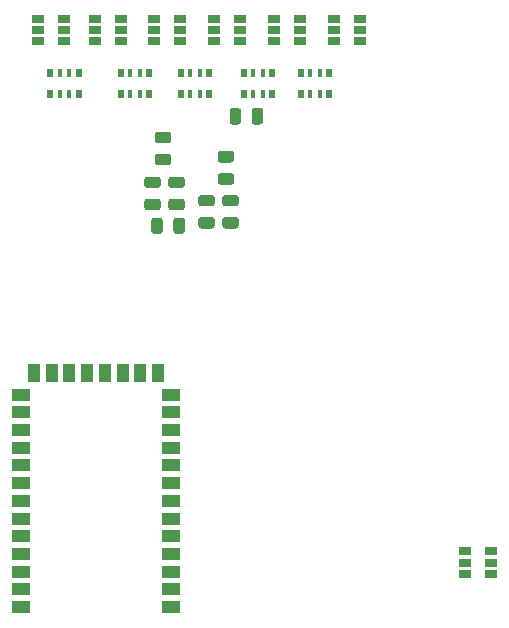
<source format=gbr>
%TF.GenerationSoftware,KiCad,Pcbnew,5.1.7-a382d34a8~88~ubuntu20.04.1*%
%TF.CreationDate,2021-01-11T19:53:58+01:00*%
%TF.ProjectId,BioElectricalSensor,42696f45-6c65-4637-9472-6963616c5365,rev?*%
%TF.SameCoordinates,Original*%
%TF.FileFunction,Paste,Bot*%
%TF.FilePolarity,Positive*%
%FSLAX46Y46*%
G04 Gerber Fmt 4.6, Leading zero omitted, Abs format (unit mm)*
G04 Created by KiCad (PCBNEW 5.1.7-a382d34a8~88~ubuntu20.04.1) date 2021-01-11 19:53:58*
%MOMM*%
%LPD*%
G01*
G04 APERTURE LIST*
%ADD10R,1.500000X1.000000*%
%ADD11R,1.000000X1.500000*%
%ADD12R,0.500000X0.800000*%
%ADD13R,0.400000X0.800000*%
%ADD14R,1.060000X0.650000*%
G04 APERTURE END LIST*
D10*
%TO.C,U17*%
X62727660Y-82013080D03*
X62727660Y-80513080D03*
X62727660Y-79013080D03*
X62727660Y-77513080D03*
X62727660Y-76013080D03*
X62727660Y-74513080D03*
X62727660Y-73013080D03*
X62727660Y-71513080D03*
X62727660Y-70013080D03*
X62727660Y-68513080D03*
X62727660Y-67013080D03*
X62727660Y-65513080D03*
X62727660Y-64013080D03*
X75427660Y-64013080D03*
X75427660Y-65513080D03*
X75427660Y-67013080D03*
X75427660Y-68513080D03*
X75427660Y-70013080D03*
X75427660Y-71513080D03*
X75427660Y-73013080D03*
X75427660Y-74513080D03*
X75427660Y-76013080D03*
X75427660Y-77513080D03*
X75427660Y-79013080D03*
X75427660Y-80513080D03*
X75427660Y-82013080D03*
D11*
X63827660Y-62213080D03*
X65327660Y-62213080D03*
X66827660Y-62213080D03*
X68327660Y-62213080D03*
X69827660Y-62213080D03*
X71327660Y-62213080D03*
X72827660Y-62213080D03*
X74327660Y-62213080D03*
%TD*%
%TO.C,C33*%
G36*
G01*
X75629160Y-50181830D02*
X75629160Y-49269330D01*
G75*
G02*
X75872910Y-49025580I243750J0D01*
G01*
X76360410Y-49025580D01*
G75*
G02*
X76604160Y-49269330I0J-243750D01*
G01*
X76604160Y-50181830D01*
G75*
G02*
X76360410Y-50425580I-243750J0D01*
G01*
X75872910Y-50425580D01*
G75*
G02*
X75629160Y-50181830I0J243750D01*
G01*
G37*
G36*
G01*
X73754160Y-50181830D02*
X73754160Y-49269330D01*
G75*
G02*
X73997910Y-49025580I243750J0D01*
G01*
X74485410Y-49025580D01*
G75*
G02*
X74729160Y-49269330I0J-243750D01*
G01*
X74729160Y-50181830D01*
G75*
G02*
X74485410Y-50425580I-243750J0D01*
G01*
X73997910Y-50425580D01*
G75*
G02*
X73754160Y-50181830I0J243750D01*
G01*
G37*
%TD*%
D12*
%TO.C,CN3*%
X78673660Y-38571580D03*
D13*
X77873660Y-38571580D03*
D12*
X76273660Y-38571580D03*
D13*
X77073660Y-38571580D03*
D12*
X78673660Y-36771580D03*
D13*
X77073660Y-36771580D03*
X77873660Y-36771580D03*
D12*
X76273660Y-36771580D03*
%TD*%
%TO.C,CN2*%
X84007660Y-38571580D03*
D13*
X83207660Y-38571580D03*
D12*
X81607660Y-38571580D03*
D13*
X82407660Y-38571580D03*
D12*
X84007660Y-36771580D03*
D13*
X82407660Y-36771580D03*
X83207660Y-36771580D03*
D12*
X81607660Y-36771580D03*
%TD*%
D14*
%TO.C,U12*%
X76187660Y-33149580D03*
X76187660Y-34099580D03*
X76187660Y-32199580D03*
X73987660Y-32199580D03*
X73987660Y-33149580D03*
X73987660Y-34099580D03*
%TD*%
%TO.C,U7*%
X86347660Y-33149580D03*
X86347660Y-34099580D03*
X86347660Y-32199580D03*
X84147660Y-32199580D03*
X84147660Y-33149580D03*
X84147660Y-34099580D03*
%TD*%
%TO.C,U14*%
X91427660Y-33149580D03*
X91427660Y-34099580D03*
X91427660Y-32199580D03*
X89227660Y-32199580D03*
X89227660Y-33149580D03*
X89227660Y-34099580D03*
%TD*%
%TO.C,U16*%
X66367660Y-33149580D03*
X66367660Y-34099580D03*
X66367660Y-32199580D03*
X64167660Y-32199580D03*
X64167660Y-33149580D03*
X64167660Y-34099580D03*
%TD*%
%TO.C,U13*%
X71234660Y-33149580D03*
X71234660Y-34099580D03*
X71234660Y-32199580D03*
X69034660Y-32199580D03*
X69034660Y-33149580D03*
X69034660Y-34099580D03*
%TD*%
%TO.C,U9*%
X81267660Y-33149580D03*
X81267660Y-34099580D03*
X81267660Y-32199580D03*
X79067660Y-32199580D03*
X79067660Y-33149580D03*
X79067660Y-34099580D03*
%TD*%
%TO.C,C47*%
G36*
G01*
X82263160Y-40910830D02*
X82263160Y-39998330D01*
G75*
G02*
X82506910Y-39754580I243750J0D01*
G01*
X82994410Y-39754580D01*
G75*
G02*
X83238160Y-39998330I0J-243750D01*
G01*
X83238160Y-40910830D01*
G75*
G02*
X82994410Y-41154580I-243750J0D01*
G01*
X82506910Y-41154580D01*
G75*
G02*
X82263160Y-40910830I0J243750D01*
G01*
G37*
G36*
G01*
X80388160Y-40910830D02*
X80388160Y-39998330D01*
G75*
G02*
X80631910Y-39754580I243750J0D01*
G01*
X81119410Y-39754580D01*
G75*
G02*
X81363160Y-39998330I0J-243750D01*
G01*
X81363160Y-40910830D01*
G75*
G02*
X81119410Y-41154580I-243750J0D01*
G01*
X80631910Y-41154580D01*
G75*
G02*
X80388160Y-40910830I0J243750D01*
G01*
G37*
%TD*%
%TO.C,U3*%
X100319660Y-78234580D03*
X100319660Y-77284580D03*
X100319660Y-79184580D03*
X102519660Y-79184580D03*
X102519660Y-78234580D03*
X102519660Y-77284580D03*
%TD*%
D12*
%TO.C,CN5*%
X67624660Y-38571580D03*
D13*
X66824660Y-38571580D03*
D12*
X65224660Y-38571580D03*
D13*
X66024660Y-38571580D03*
D12*
X67624660Y-36771580D03*
D13*
X66024660Y-36771580D03*
X66824660Y-36771580D03*
D12*
X65224660Y-36771580D03*
%TD*%
%TO.C,CN4*%
X73593660Y-38571580D03*
D13*
X72793660Y-38571580D03*
D12*
X71193660Y-38571580D03*
D13*
X71993660Y-38571580D03*
D12*
X73593660Y-36771580D03*
D13*
X71993660Y-36771580D03*
X72793660Y-36771580D03*
D12*
X71193660Y-36771580D03*
%TD*%
%TO.C,CN1*%
X88833660Y-38571580D03*
D13*
X88033660Y-38571580D03*
D12*
X86433660Y-38571580D03*
D13*
X87233660Y-38571580D03*
D12*
X88833660Y-36771580D03*
D13*
X87233660Y-36771580D03*
X88033660Y-36771580D03*
D12*
X86433660Y-36771580D03*
%TD*%
%TO.C,C36*%
G36*
G01*
X75436410Y-47430080D02*
X76348910Y-47430080D01*
G75*
G02*
X76592660Y-47673830I0J-243750D01*
G01*
X76592660Y-48161330D01*
G75*
G02*
X76348910Y-48405080I-243750J0D01*
G01*
X75436410Y-48405080D01*
G75*
G02*
X75192660Y-48161330I0J243750D01*
G01*
X75192660Y-47673830D01*
G75*
G02*
X75436410Y-47430080I243750J0D01*
G01*
G37*
G36*
G01*
X75436410Y-45555080D02*
X76348910Y-45555080D01*
G75*
G02*
X76592660Y-45798830I0J-243750D01*
G01*
X76592660Y-46286330D01*
G75*
G02*
X76348910Y-46530080I-243750J0D01*
G01*
X75436410Y-46530080D01*
G75*
G02*
X75192660Y-46286330I0J243750D01*
G01*
X75192660Y-45798830D01*
G75*
G02*
X75436410Y-45555080I243750J0D01*
G01*
G37*
%TD*%
%TO.C,C35*%
G36*
G01*
X79627410Y-45271080D02*
X80539910Y-45271080D01*
G75*
G02*
X80783660Y-45514830I0J-243750D01*
G01*
X80783660Y-46002330D01*
G75*
G02*
X80539910Y-46246080I-243750J0D01*
G01*
X79627410Y-46246080D01*
G75*
G02*
X79383660Y-46002330I0J243750D01*
G01*
X79383660Y-45514830D01*
G75*
G02*
X79627410Y-45271080I243750J0D01*
G01*
G37*
G36*
G01*
X79627410Y-43396080D02*
X80539910Y-43396080D01*
G75*
G02*
X80783660Y-43639830I0J-243750D01*
G01*
X80783660Y-44127330D01*
G75*
G02*
X80539910Y-44371080I-243750J0D01*
G01*
X79627410Y-44371080D01*
G75*
G02*
X79383660Y-44127330I0J243750D01*
G01*
X79383660Y-43639830D01*
G75*
G02*
X79627410Y-43396080I243750J0D01*
G01*
G37*
%TD*%
%TO.C,C34*%
G36*
G01*
X73404410Y-47430080D02*
X74316910Y-47430080D01*
G75*
G02*
X74560660Y-47673830I0J-243750D01*
G01*
X74560660Y-48161330D01*
G75*
G02*
X74316910Y-48405080I-243750J0D01*
G01*
X73404410Y-48405080D01*
G75*
G02*
X73160660Y-48161330I0J243750D01*
G01*
X73160660Y-47673830D01*
G75*
G02*
X73404410Y-47430080I243750J0D01*
G01*
G37*
G36*
G01*
X73404410Y-45555080D02*
X74316910Y-45555080D01*
G75*
G02*
X74560660Y-45798830I0J-243750D01*
G01*
X74560660Y-46286330D01*
G75*
G02*
X74316910Y-46530080I-243750J0D01*
G01*
X73404410Y-46530080D01*
G75*
G02*
X73160660Y-46286330I0J243750D01*
G01*
X73160660Y-45798830D01*
G75*
G02*
X73404410Y-45555080I243750J0D01*
G01*
G37*
%TD*%
%TO.C,C31*%
G36*
G01*
X74293410Y-43620080D02*
X75205910Y-43620080D01*
G75*
G02*
X75449660Y-43863830I0J-243750D01*
G01*
X75449660Y-44351330D01*
G75*
G02*
X75205910Y-44595080I-243750J0D01*
G01*
X74293410Y-44595080D01*
G75*
G02*
X74049660Y-44351330I0J243750D01*
G01*
X74049660Y-43863830D01*
G75*
G02*
X74293410Y-43620080I243750J0D01*
G01*
G37*
G36*
G01*
X74293410Y-41745080D02*
X75205910Y-41745080D01*
G75*
G02*
X75449660Y-41988830I0J-243750D01*
G01*
X75449660Y-42476330D01*
G75*
G02*
X75205910Y-42720080I-243750J0D01*
G01*
X74293410Y-42720080D01*
G75*
G02*
X74049660Y-42476330I0J243750D01*
G01*
X74049660Y-41988830D01*
G75*
G02*
X74293410Y-41745080I243750J0D01*
G01*
G37*
%TD*%
%TO.C,C30*%
G36*
G01*
X80008410Y-48984080D02*
X80920910Y-48984080D01*
G75*
G02*
X81164660Y-49227830I0J-243750D01*
G01*
X81164660Y-49715330D01*
G75*
G02*
X80920910Y-49959080I-243750J0D01*
G01*
X80008410Y-49959080D01*
G75*
G02*
X79764660Y-49715330I0J243750D01*
G01*
X79764660Y-49227830D01*
G75*
G02*
X80008410Y-48984080I243750J0D01*
G01*
G37*
G36*
G01*
X80008410Y-47109080D02*
X80920910Y-47109080D01*
G75*
G02*
X81164660Y-47352830I0J-243750D01*
G01*
X81164660Y-47840330D01*
G75*
G02*
X80920910Y-48084080I-243750J0D01*
G01*
X80008410Y-48084080D01*
G75*
G02*
X79764660Y-47840330I0J243750D01*
G01*
X79764660Y-47352830D01*
G75*
G02*
X80008410Y-47109080I243750J0D01*
G01*
G37*
%TD*%
%TO.C,C28*%
G36*
G01*
X77976410Y-48984080D02*
X78888910Y-48984080D01*
G75*
G02*
X79132660Y-49227830I0J-243750D01*
G01*
X79132660Y-49715330D01*
G75*
G02*
X78888910Y-49959080I-243750J0D01*
G01*
X77976410Y-49959080D01*
G75*
G02*
X77732660Y-49715330I0J243750D01*
G01*
X77732660Y-49227830D01*
G75*
G02*
X77976410Y-48984080I243750J0D01*
G01*
G37*
G36*
G01*
X77976410Y-47109080D02*
X78888910Y-47109080D01*
G75*
G02*
X79132660Y-47352830I0J-243750D01*
G01*
X79132660Y-47840330D01*
G75*
G02*
X78888910Y-48084080I-243750J0D01*
G01*
X77976410Y-48084080D01*
G75*
G02*
X77732660Y-47840330I0J243750D01*
G01*
X77732660Y-47352830D01*
G75*
G02*
X77976410Y-47109080I243750J0D01*
G01*
G37*
%TD*%
M02*

</source>
